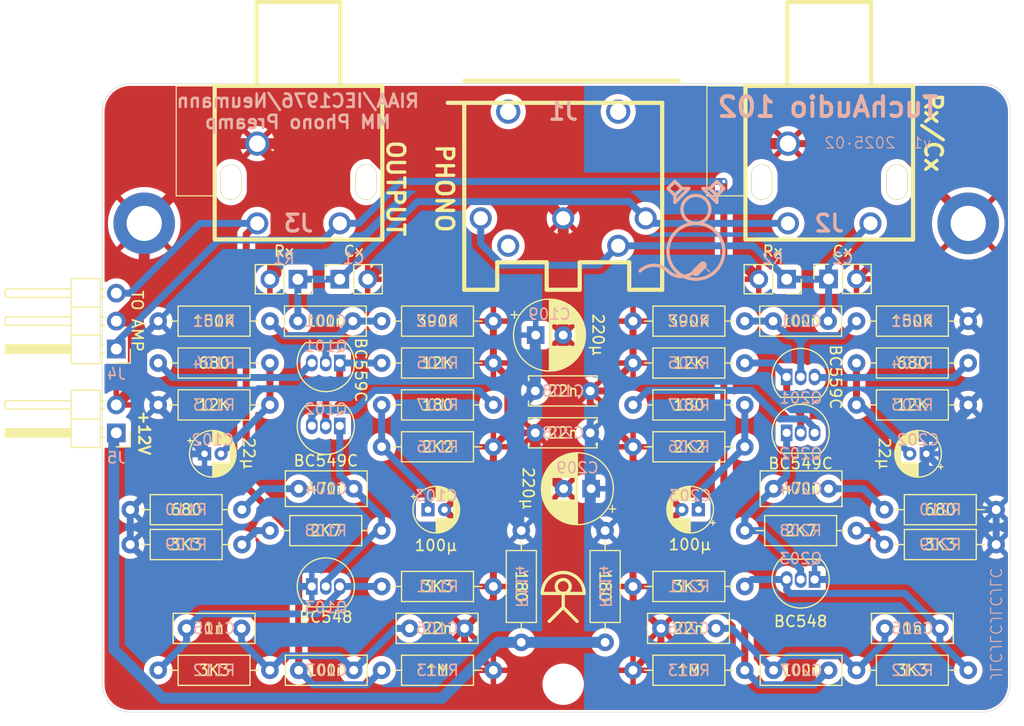
<source format=kicad_pcb>
(kicad_pcb (version 20240108) (generator "pcbnew") (generator_version "8.0")
  (layers (0 "F.Cu" signal) (31 "B.Cu" signal) (34 "B.Paste" user) (35 "F.Paste" user) (36 "B.SilkS" user "B.Silkscreen") (37 "F.SilkS" user "F.Silkscreen") (38 "B.Mask" user) (39 "F.Mask" user) (44 "Edge.Cuts" user))
  (net 0 "")
  (net 1 "GND")
  (net 2 "/IN")
  (net 3 "/IN'")
  (net 4 "/AC")
  (net 5 "/PWR_F")
  (net 6 "/BIAS1")
  (net 7 "/BIAS2")
  (net 8 "/C2")
  (net 9 "/RC")
  (net 10 "/LPF")
  (net 11 "/E3")
  (net 12 "/OUT")
  (net 13 "/AC'")
  (net 14 "/BIAS1'")
  (net 15 "/PWR_F'")
  (net 16 "/BIAS2'")
  (net 17 "/C2'")
  (net 18 "/RC'")
  (net 19 "/E3'")
  (net 20 "/LPF'")
  (net 21 "/OUT'")
  (net 23 "+12V")
  (net 24 "/E1")
  (net 25 "/C1")
  (net 26 "/E2")
  (net 27 "/C1'")
  (net 28 "/E2'")
  (net 29 "/HL")
  (net 30 "/HL'")
  (net 31 "/E1'")
  (footprint "Resistor_THT:R_Axial_DIN0207_L6.3mm_D2.5mm_P10.16mm_Horizontal" (layer "F.Cu") (at 166.37 60.96 180)
    (property "Reference" "R205")
    (property "Value" "12K")
  )
  (footprint "Capacitor_THT:C_Rect_L7.2mm_W2.5mm_P5.00mm_FKS2_FKP2_MKS2_MKP2" (layer "F.Cu") (at 125.73 57.15)
    (property "Reference" "C101")
    (property "Value" "100n")
  )
  (footprint "Resistor_THT:R_Axial_DIN0207_L6.3mm_D2.5mm_P10.16mm_Horizontal" (layer "F.Cu") (at 176.53 60.96)
    (property "Reference" "R204")
    (property "Value" "680")
  )
  (footprint "MountingHole:MountingHole_3.2mm_M3_DIN965_Pad" (layer "F.Cu") (at 186.69 48.26)
    (property "Reference" "H2" (hide yes))
    (property "Value" "MountingHole_Pad" (hide yes))
  )
  (footprint "Capacitor_THT:C_Rect_L7.2mm_W2.5mm_P5.00mm_FKS2_FKP2_MKS2_MKP2" (layer "F.Cu") (at 163.75 85.09 180)
    (property "Reference" "C206")
    (property "Value" "22n")
  )
  (footprint "Resistor_THT:R_Axial_DIN0207_L6.3mm_D2.5mm_P10.16mm_Horizontal" (layer "F.Cu") (at 189.23 77.47 180)
    (property "Reference" "R209")
    (property "Value" "3K3")
  )
  (footprint "Connector_PinSocket_2.54mm:PinSocket_1x02_P2.54mm_Vertical" (layer "F.Cu") (at 125.73 53.34 -90)
    (property "Reference" "R1")
    (property "Value" "Rx")
  )
  (footprint "Capacitor_THT:CP_Radial_D4.0mm_P1.50mm" (layer "F.Cu") (at 182.88 69.215 180)
    (property "Reference" "C202")
    (property "Value" "22µ")
  )
  (footprint "Resistor_THT:R_Axial_DIN0207_L6.3mm_D2.5mm_P10.16mm_Horizontal" (layer "F.Cu") (at 113.03 88.9)
    (property "Reference" "R112")
    (property "Value" "3K3")
  )
  (footprint "Capacitor_THT:CP_Radial_D4.0mm_P1.50mm" (layer "F.Cu") (at 137.565 74.295)
    (property "Reference" "C103")
    (property "Value" "100µ")
  )
  (footprint "durango:2xRCA_vertical" (layer "F.Cu") (at 179.13 35.76 180)
    (property "Reference" "J2")
    (property "Value" "Rx/Cx")
  )
  (footprint "durango:2xRCA_vertical" (layer "F.Cu") (at 130.87 35.76 180)
    (property "Reference" "J3")
    (property "Value" "OUTPUT")
  )
  (footprint "Capacitor_THT:C_Disc_D6.0mm_W2.5mm_P5.00mm" (layer "F.Cu") (at 152.32 63.5 180)
    (property "Reference" "C108")
    (property "Value" "22n")
  )
  (footprint "Resistor_THT:R_Axial_DIN0207_L6.3mm_D2.5mm_P10.16mm_Horizontal" (layer "F.Cu") (at 146.05 76.2 -90)
    (property "Reference" "R114")
    (property "Value" "180")
  )
  (footprint "Resistor_THT:R_Axial_DIN0207_L6.3mm_D2.5mm_P10.16mm_Horizontal" (layer "F.Cu") (at 113.03 57.15)
    (property "Reference" "R101")
    (property "Value" "150K")
  )
  (footprint "Resistor_THT:R_Axial_DIN0207_L6.3mm_D2.5mm_P10.16mm_Horizontal" (layer "F.Cu") (at 133.35 57.15)
    (property "Reference" "R102")
    (property "Value" "390K")
  )
  (footprint "Connector_PinSocket_2.54mm:PinSocket_1x02_P2.54mm_Vertical" (layer "F.Cu") (at 170.18 53.34 -90)
    (property "Reference" "R2")
    (property "Value" "Rx")
  )
  (footprint "Resistor_THT:R_Axial_DIN0207_L6.3mm_D2.5mm_P10.16mm_Horizontal" (layer "F.Cu") (at 186.69 57.15 180)
    (property "Reference" "R201")
    (property "Value" "150K")
  )
  (footprint "Resistor_THT:R_Axial_DIN0207_L6.3mm_D2.5mm_P10.16mm_Horizontal" (layer "F.Cu") (at 166.37 57.15 180)
    (property "Reference" "R202")
    (property "Value" "390K")
  )
  (footprint "Capacitor_THT:C_Rect_L7.2mm_W3.0mm_P5.00mm_FKS2_FKP2_MKS2_MKP2" (layer "F.Cu") (at 125.81 72.39)
    (property "Reference" "C104")
    (property "Value" "470n")
  )
  (footprint "durango:DIN 5-180deg" (layer "F.Cu") (at 140.86 37.3)
    (property "Reference" "J1")
    (property "Value" "PHONO")
  )
  (footprint "Capacitor_THT:C_Disc_D6.0mm_W2.5mm_P5.00mm" (layer "F.Cu") (at 147.32 67.31)
    (property "Reference" "C208")
    (property "Value" "22n")
  )
  (footprint "Resistor_THT:R_Axial_DIN0207_L6.3mm_D2.5mm_P10.16mm_Horizontal" (layer "F.Cu") (at 113.03 64.77)
    (property "Reference" "R103")
    (property "Value" "12K")
  )
  (footprint "Capacitor_THT:CP_Radial_D4.0mm_P1.50mm" (layer "F.Cu") (at 117.245 69.215)
    (property "Reference" "C102")
    (property "Value" "22µ")
  )
  (footprint "Capacitor_THT:CP_Radial_D6.3mm_P2.50mm" (layer "F.Cu") (at 152.4 72.39 180)
    (property "Reference" "C209")
    (property "Value" "220µ")
  )
  (footprint "MountingHole:MountingHole_3.2mm_M3_DIN965_Pad" (layer "F.Cu") (at 111.76 48.26)
    (property "Reference" "H1" (hide yes))
    (property "Value" "MountingHole_Pad" (hide yes))
  )
  (footprint "Resistor_THT:R_Axial_DIN0207_L6.3mm_D2.5mm_P10.16mm_Horizontal" (layer "F.Cu") (at 186.69 88.9 180)
    (property "Reference" "R212")
    (property "Value" "3K3")
  )
  (footprint "Resistor_THT:R_Axial_DIN0207_L6.3mm_D2.5mm_P10.16mm_Horizontal" (layer "F.Cu") (at 176.53 76.2 180)
    (property "Reference" "R208")
    (property "Value" "2K7")
  )
  (footprint "Resistor_THT:R_Axial_DIN0207_L6.3mm_D2.5mm_P10.16mm_Horizontal" (layer "F.Cu") (at 133.35 60.96)
    (property "Reference" "R105")
    (property "Value" "12K")
  )
  (footprint "Package_TO_SOT_THT:TO-92_Inline" (layer "F.Cu") (at 127 81.28)
    (property "Reference" "Q103")
    (property "Value" "BC548")
  )
  (footprint "Connector_PinHeader_2.54mm:PinHeader_1x03_P2.54mm_Horizontal" (layer "F.Cu") (at 109.22 59.69 180)
    (property "Reference" "J4")
    (property "Value" "TO AMP")
  )
  (footprint "Capacitor_THT:C_Rect_L7.2mm_W3.0mm_P5.00mm_FKS2_FKP2_MKS2_MKP2" (layer "F.Cu") (at 173.99 72.39 180)
    (property "Reference" "C204")
    (property "Value" "470n")
  )
  (footprint "Resistor_THT:R_Axial_DIN0207_L6.3mm_D2.5mm_P10.16mm_Horizontal" (layer "F.Cu") (at 186.69 64.77 180)
    (property "Reference" "R203")
    (property "Value" "12K")
  )
  (footprint "Capacitor_THT:C_Rect_L7.2mm_W2.5mm_P5.00mm_FKS2_FKP2_MKS2_MKP2" (layer "F.Cu") (at 115.61 85.09)
    (property "Reference" "C105")
    (property "Value" "1n")
  )
  (footprint "Capacitor_THT:C_Rect_L7.2mm_W2.5mm_P5.00mm_FKS2_FKP2_MKS2_MKP2" (layer "F.Cu") (at 184.11 85.09 180)
    (property "Reference" "C205")
    (property "Value" "1n")
  )
  (footprint "Resistor_THT:R_Axial_DIN0207_L6.3mm_D2.5mm_P10.16mm_Horizontal" (layer "F.Cu") (at 123.19 60.96 180)
    (property "Reference" "R104")
    (property "Value" "680")
  )
  (footprint "Package_TO_SOT_THT:TO-92_Inline" (layer "F.Cu") (at 170.18 62.23)
    (property "Reference" "Q201")
    (property "Value" "BC559C")
  )
  (footprint "Resistor_THT:R_Axial_DIN0207_L6.3mm_D2.5mm_P10.16mm_Horizontal" (layer "F.Cu") (at 133.35 81.28)
    (property "Reference" "R111")
    (property "Value" "3K3")
  )
  (footprint "Capacitor_THT:C_Rect_L7.2mm_W2.5mm_P5.00mm_FKS2_FKP2_MKS2_MKP2" (layer "F.Cu") (at 135.89 85.09)
    (property "Reference" "C106")
    (property "Value" "22n")
  )
  (footprint "Package_TO_SOT_THT:TO-92_Inline" (layer "F.Cu") (at 129.54 60.96 180)
    (property "Reference" "Q101")
    (property "Value" "BC559C")
  )
  (footprint "Resistor_THT:R_Axial_DIN0207_L6.3mm_D2.5mm_P10.16mm_Horizontal" (layer "F.Cu") (at 156.21 64.77)
    (property "Reference" "R207")
    (property "Value" "180")
  )
  (footprint "MountingHole:MountingHole_3.2mm_M3" (layer "F.Cu") (at 149.86 90.17)
    (property "Reference" "H3" (hide yes))
    (property "Value" "MountingHole" (hide yes))
  )
  (footprint "Resistor_THT:R_Axial_DIN0207_L6.3mm_D2.5mm_P10.16mm_Horizontal" (layer "F.Cu") (at 166.37 81.28 180)
    (property "Reference" "R211")
    (property "Value" "3K3")
  )
  (footprint "Resistor_THT:R_Axial_DIN0207_L6.3mm_D2.5mm_P10.16mm_Horizontal" (layer "F.Cu") (at 110.49 74.295)
    (property "Reference" "R110")
    (property "Value" "680")
  )
  (footprint "Resistor_THT:R_Axial_DIN0207_L6.3mm_D2.5mm_P10.16mm_Horizontal" (layer "F.Cu") (at 133.35 88.9)
    (property "Reference" "R113")
    (property "Value" "1M")
  )
  (footprint "Connector_PinSocket_2.54mm:PinSocket_1x02_P2.54mm_Vertical" (layer "F.Cu") (at 129.54 53.34 90)
    (property "Reference" "C1")
    (property "Value" "Cx")
  )
  (footprint "Capacitor_THT:CP_Radial_D6.3mm_P2.50mm" (layer "F.Cu") (at 147.36 58.42)
    (property "Reference" "C109")
    (property "Value" "220µ")
  )
  (footprint "Resistor_THT:R_Axial_DIN0207_L6.3mm_D2.5mm_P10.16mm_Horizontal" (layer "F.Cu") (at 143.51 64.77 180)
    (property "Reference" "R107")
    (property "Value" "180")
  )
  (footprint "Resistor_THT:R_Axial_DIN0207_L6.3mm_D2.5mm_P10.16mm_Horizontal" (layer "F.Cu") (at 153.67 76.2 -90)
    (property "Reference" "R214")
    (property "Value" "180")
  )
  (footprint "Connector_PinHeader_2.54mm:PinHeader_1x02_P2.54mm_Horizontal" (layer "F.Cu") (at 109.22 67.31 180)
    (property "Reference" "J5")
    (property "Value" "+12V")
  )
  (footprint "Resistor_THT:R_Axial_DIN0207_L6.3mm_D2.5mm_P10.16mm_Horizontal" (layer "F.Cu") (at 110.49 77.47)
    (property "Reference" "R109")
    (property "Value" "3K3")
  )
  (footprint "Capacitor_THT:C_Rect_L7.2mm_W2.5mm_P5.00mm_FKS2_FKP2_MKS2_MKP2" (layer "F.Cu") (at 168.99 88.9)
    (property "Reference" "C207")
    (property "Value" "100n")
  )
  (footprint "Resistor_THT:R_Axial_DIN0207_L6.3mm_D2.5mm_P10.16mm_Horizontal" (layer "F.Cu") (at 166.37 88.9 180)
    (property "Reference" "R213")
    (property "Value" "1M")
  )
  (footprint "Resistor_THT:R_Axial_DIN0207_L6.3mm_D2.5mm_P10.16mm_Horizontal" (layer "F.Cu") (at 133.35 68.58)
    (property "Reference" "R106")
    (property "Value" "2K2")
  )
  (footprint "Package_TO_SOT_THT:TO-92_Inline" (layer "F.Cu") (at 172.72 80.645 180)
    (property "Reference" "Q203")
    (property "Value" "BC548")
  )
  (footprint "Resistor_THT:R_Axial_DIN0207_L6.3mm_D2.5mm_P10.16mm_Horizontal" (layer "F.Cu") (at 166.37 68.58 180)
    (property "Reference" "R206")
    (property "Value" "2K2")
  )
  (footprint "Resistor_THT:R_Axial_DIN0207_L6.3mm_D2.5mm_P10.16mm_Horizontal" (layer "F.Cu") (at 189.23 74.295 180)
    (property "Reference" "R210")
    (property "Value" "680")
  )
  (footprint "Package_TO_SOT_THT:TO-92_Inline" (layer "F.Cu") (at 129.54 66.675 180)
    (property "Reference" "Q102")
    (property "Value" "BC549C")
  )
  (footprint "Capacitor_THT:CP_Radial_D4.0mm_P1.50mm" (layer "F.Cu") (at 162.155 74.295 180)
    (property "Reference" "C203")
    (property "Value" "100µ")
  )
  (footprint "Package_TO_SOT_THT:TO-92_Inline" (layer "F.Cu") (at 170.18 67.31)
    (property "Reference" "Q202")
    (property "Value" "BC549C")
  )
  (footprint "Capacitor_THT:C_Rect_L7.2mm_W2.5mm_P5.00mm_FKS2_FKP2_MKS2_MKP2" (layer "F.Cu") (at 130.81 88.9 180)
    (property "Reference" "C107")
    (property "Value" "100n")
  )
  (footprint "Resistor_THT:R_Axial_DIN0207_L6.3mm_D2.5mm_P10.16mm_Horizontal" (layer "F.Cu") (at 123.19 76.2)
    (property "Reference" "R108")
    (property "Value" "2K7")
  )
  (footprint "Capacitor_THT:C_Rect_L7.2mm_W2.5mm_P5.00mm_FKS2_FKP2_MKS2_MKP2" (layer "F.Cu") (at 173.95 57.15 180)
    (property "Reference" "C201")
    (property "Value" "100n")
  )
  (footprint "Connector_PinSocket_2.54mm:PinSocket_1x02_P2.54mm_Vertical" (layer "F.Cu") (at 173.99 53.315 90)
    (property "Reference" "C2")
    (property "Value" "Cx")
  )
  (gr_line (start 161.925 52.705) (end 162.56 52.07) (stroke (width 0.7) (type dash_dot_dot)) (layer "B.SilkS"))
  (gr_line (start 162.56 52.07) (end 163.195 52.705) (stroke (width 0.1)) (layer "B.SilkS"))
  (gr_line (start 164.465 45.085) (end 163.83 44.45) (stroke (width 0.3)) (layer "B.SilkS"))
  (gr_line (start 163.195 45.72) (end 163.83 46.355) (stroke (width 0.3)) (layer "B.SilkS"))
  (gr_arc (start 161.871746 52.540356) (mid 160.640283 53.099589) (end 159.385 52.596051) (stroke (width 0.3)) (layer "B.SilkS"))
  (gr_circle (center 161.925 50.8) (end 164.465 50.8) (stroke (width 0.3)) (fill none) (layer "B.SilkS"))
  (gr_line (start 159.385 45.085) (end 160.02 44.45) (stroke (width 0.3)) (layer "B.SilkS"))
  (gr_line (start 163.195 45.085) (end 163.83 45.72) (stroke (width 0.3)) (layer "B.SilkS"))
  (gr_line (start 162.56 45.085) (end 163.195 45.72) (stroke (width 0.3)) (layer "B.SilkS"))
  (gr_line (start 160.02 45.72) (end 160.02 46.355) (stroke (width 0.3)) (layer "B.SilkS"))
  (gr_line (start 160.02 45.72) (end 159.385 45.085) (stroke (width 0.3)) (layer "B.SilkS"))
  (gr_line (start 163.195 45.085) (end 162.56 45.085) (stroke (width 0.3)) (layer "B.SilkS"))
  (gr_line (start 160.02 46.355) (end 161.29 45.085) (stroke (width 0.3)) (layer "B.SilkS"))
  (gr_line (start 163.83 46.355) (end 163.83 45.72) (stroke (width 0.3)) (layer "B.SilkS"))
  (gr_line (start 163.83 44.45) (end 163.195 45.085) (stroke (width 0.3)) (layer "B.SilkS"))
  (gr_circle (center 161.925 46.99) (end 163.195 46.99) (stroke (width 0.3)) (fill none) (layer "B.SilkS"))
  (gr_line (start 163.83 45.72) (end 164.465 45.085) (stroke (width 0.3)) (layer "B.SilkS"))
  (gr_line (start 160.02 44.45) (end 160.655 45.085) (stroke (width 0.3)) (layer "B.SilkS"))
  (gr_arc (start 156.845 52.596051) (mid 158.115 52.07) (end 159.385 52.596051) (stroke (width 0.3)) (layer "B.SilkS"))
  (gr_line (start 161.29 45.085) (end 160.655 45.085) (stroke (width 0.3)) (layer "B.SilkS"))
  (gr_line (start 160.655 45.085) (end 160.02 45.72) (stroke (width 0.3)) (layer "B.SilkS"))
  (gr_line (start 149.86 81.915) (end 149.86 83.185) (stroke (width 0.3)) (layer "F.SilkS"))
  (gr_line (start 147.955 81.915) (end 151.765 81.915) (stroke (width 0.3)) (layer "F.SilkS"))
  (gr_line (start 149.86 83.185) (end 151.13 84.455) (stroke (width 0.3)) (layer "F.SilkS"))
  (gr_line (start 149.86 83.185) (end 148.59 84.455) (stroke (width 0.3)) (layer "F.SilkS"))
  (gr_arc (start 147.955 81.915) (mid 149.86 80.01) (end 151.765 81.915) (stroke (width 0.3)) (layer "F.SilkS"))
  (gr_circle (center 149.86 81.28) (end 150.495 81.28) (stroke (width 0.3)) (fill none) (layer "F.SilkS"))
  (gr_line (start 190.5 90.17) (end 190.5 38.1) (stroke (width 0.05)) (layer "Edge.Cuts"))
  (gr_line (start 110.49 92.71) (end 187.96 92.71) (stroke (width 0.05)) (layer "Edge.Cuts"))
  (gr_line (start 107.95 38.1) (end 107.95 90.17) (stroke (width 0.05)) (layer "Edge.Cuts"))
  (gr_arc (start 107.95 38.1) (mid 108.693949 36.303949) (end 110.49 35.56) (stroke (width 0.05)) (layer "Edge.Cuts"))
  (gr_arc (start 190.5 90.17) (mid 189.756051 91.966051) (end 187.96 92.71) (stroke (width 0.05)) (layer "Edge.Cuts"))
  (gr_arc (start 187.96 35.56) (mid 189.756051 36.303949) (end 190.5 38.1) (stroke (width 0.05)) (layer "Edge.Cuts"))
  (gr_arc (start 110.49 92.71) (mid 108.693949 91.966051) (end 107.95 90.17) (stroke (width 0.05)) (layer "Edge.Cuts"))
  (gr_line (start 110.49 35.56) (end 187.96 35.56) (stroke (width 0.05)) (layer "Edge.Cuts"))
  (gr_text "JLCJLCJLCJLC" (at 188.595 89.916 -90) (layer "B.SilkS") (effects (font (size 1 1) (thickness 0.1)) (justify left bottom mirror)))
  (gr_text "TuchAudio 102" (at 184.15 38.735 0) (layer "B.SilkS") (effects (font (size 1.8 1.8) (thickness 0.36) (bold yes)) (justify left bottom mirror)))
  (gr_text "v1  2025·02" (at 183.388 41.529 0) (layer "B.SilkS") (effects (font (size 1 1) (thickness 0.1)) (justify left bottom mirror)))
  (gr_text "RIAA/IEC1976/Neumann\nMM Phono Preamp" (at 125.73 39.751 0) (layer "B.SilkS") (effects (font (size 1.2 1.2) (thickness 0.24) (bold yes)) (justify bottom mirror)))
  (segment (start 156.21 69.85) (end 160.655 74.295) (width 0.635) (layer "F.Cu") (net 1))
  (segment (start 144.8275 62.2775) (end 144.8275 67.2625) (width 0.635) (layer "F.Cu") (net 1))
  (segment (start 156.21 57.15) (end 156.21 60.96) (width 0.635) (layer "F.Cu") (net 1))
  (segment (start 143.51 82.47) (end 140.89 85.09) (width 0.635) (layer "F.Cu") (net 1))
  (segment (start 109.22 64.77) (end 110.77 63.22) (width 1) (layer "F.Cu") (net 1))
  (segment (start 156.65 41.01) (end 149.86 47.8) (width 1) (layer "F.Cu") (net 1))
  (segment (start 143.51 68.58) (end 143.51 69.85) (width 0.635) (layer "F.Cu") (net 1))
  (segment (start 139.065 74.295) (end 143.51 78.74) (width 0.635) (layer "F.Cu") (net 1))
  (segment (start 140.89 85.09) (end 140.89 86.28) (width 0.635) (layer "F.Cu") (net 1))
  (segment (start 168.062994 41.01) (end 166 43.072994) (width 1) (layer "F.Cu") (net 1))
  (segment (start 123.74 52.79) (end 123.19 53.34) (width 1) (layer "F.Cu") (net 1))
  (segment (start 123.74 42.71) (end 123.74 52.79) (width 1) (layer "F.Cu") (net 1))
  (segment (start 153.67 63.5) (end 156.21 60.96) (width 0.635) (layer "F.Cu") (net 1))
  (segment (start 133.985 43.476088) (end 133.985 51.435) (width 1) (layer "F.Cu") (net 1))
  (segment (start 144.78 67.31) (end 143.51 68.58) (width 0.635) (layer "F.Cu") (net 1))
  (segment (start 122.04 41.01) (end 131.518912 41.01) (width 1) (layer "F.Cu") (net 1))
  (segment (start 147.32 67.31) (end 147.32 69.81) (width 1) (layer "F.Cu") (net 1))
  (segment (start 181.144456 42.375544) (end 186.69 47.921088) (width 0.635) (layer "F.Cu") (net 1))
  (segment (start 179.778912 41.01) (end 181.144456 42.375544) (width 0.635) (layer "F.Cu") (net 1))
  (segment (start 170.3 41.01) (end 156.65 41.01) (width 1) (layer "F.Cu") (net 1))
  (segment (start 111.76 54.61) (end 111.76 48.26) (width 1) (layer "F.Cu") (net 1))
  (segment (start 147.32 67.31) (end 144.78 67.31) (width 0.635) (layer "F.Cu") (net 1))
  (segment (start 109.22 57.15) (end 111.76 54.61) (width 1) (layer "F.Cu") (net 1))
  (segment (start 110.77 63.22) (end 110.77 57.43) (width 1) (layer "F.Cu") (net 1))
  (segment (start 140.89 86.28) (end 143.51 88.9) (width 0.635) (layer "F.Cu") (net 1))
  (segment (start 122.04 41.01) (end 123.74 42.71) (width 1) (layer "F.Cu") (net 1))
  (segment (start 131.518912 41.01) (end 143.07 41.01) (width 1) (layer "F.Cu") (net 1))
  (segment (start 181.9175 43.148588) (end 181.144456 42.375544) (width 0.635) (layer "F.Cu") (net 1))
  (segment (start 152.32 64.69) (end 152.32 63.5) (width 0.635) (layer "F.Cu") (net 1))
  (segment (start 176.53 53.34) (end 181.9175 47.9525) (width 0.635) (layer "F.Cu") (net 1))
  (segment (start 160.655 74.295) (end 156.21 78.74) (width 0.635) (layer "F.Cu") (net 1))
  (segment (start 158.75 86.36) (end 156.21 88.9) (width 0.635) (layer "F.Cu") (net 1))
  (segment (start 151.13 63.5) (end 147.32 67.31) (width 1) (layer "F.Cu") (net 1))
  (segment (start 131.518912 41.01) (end 133.985 43.476088) (width 1) (layer "F.Cu") (net 1))
  (segment (start 143.07 41.01) (end 149.86 47.8) (width 1) (layer "F.Cu") (net 1))
  (segment (start 110.77 57.43) (end 110.49 57.15) (width 1) (layer "F.Cu") (net 1))
  (segment (start 149.86 47.8) (end 149.86 58.42) (width 1) (layer "F.Cu") (net 1))
  (segment (start 143.51 78.74) (end 143.51 81.28) (width 0.635) (layer "F.Cu") (net 1))
  (segment (start 152.32 63.5) (end 153.67 63.5) (width 0.635) (layer "F.Cu") (net 1))
  (segment (start 170.3 41.01) (end 179.778912 41.01) (width 0.635) (layer "F.Cu") (net 1))
  (segment (start 158.75 85.09) (end 158.75 86.36) (width 0.635) (layer "F.Cu") (net 1))
  (segment (start 133.985 51.435) (end 132.08 53.34) (width 1) (layer "F.Cu") (net 1))
  (segment (start 152.32 63.5) (end 151.13 63.5) (width 1) (layer "F.Cu") (net 1))
  (segment (start 110.49 57.15) (end 109.22 57.15) (width 1) (layer "F.Cu") (net 1))
  (segment (start 149.86 58.42) (end 149.86 61.04) (width 1) (layer "F.Cu") (net 1))
  (segment (start 143.51 69.85) (end 139.065 74.295) (width 0.635) (layer "F.Cu") (net 1))
  (segment (start 147.32 69.81) (end 149.9 72.39) (width 1) (layer "F.Cu") (net 1))
  (segment (start 143.51 57.15) (end 143.51 60.96) (width 0.635) (layer "F.Cu") (net 1))
  (segment (start 181.9175 47.9525) (end 181.9175 43.148588) (width 0.635) (layer "F.Cu") (net 1))
  (segment (start 156.21 81.28) (end 156.21 82.55) (width 0.635) (layer "F.Cu") (net 1))
  (segment (start 156.21 82.55) (end 158.75 85.09) (width 0.635) (layer "F.Cu") (net 1))
  (segment (start 119.01 41.01) (end 122.04 41.01) (width 1) (layer "F.Cu") (net 1))
  (segment (start 143.51 81.28) (end 143.51 82.47) (width 0.635) (layer "F.Cu") (net 1))
  (segment (start 144.8275 67.2625) (end 143.51 68.58) (width 0.635) (layer "F.Cu") (net 1))
  (segment (start 143.51 60.96) (end 144.8275 62.2775) (width 0.635) (layer "F.Cu") (net 1))
  (segment (start 156.21 68.58) (end 152.32 64.69) (width 0.635) (layer "F.Cu") (net 1))
  (segment (start 186.69 47.921088) (end 186.69 48.26) (width 0.635) (layer "F.Cu") (net 1))
  (segment (start 166 43.072994) (end 166 51.7) (width 1) (layer "F.Cu") (net 1))
  (segment (start 156.21 68.58) (end 156.21 69.85) (width 0.635) (layer "F.Cu") (net 1))
  (segment (start 156.21 78.74) (end 156.21 81.28) (width 0.635) (layer "F.Cu") (net 1))
  (segment (start 170.3 41.01) (end 168.062994 41.01) (width 1) (layer "F.Cu") (net 1))
  (segment (start 111.76 48.26) (end 119.01 41.01) (width 1) (layer "F.Cu") (net 1))
  (segment (start 149.86 61.04) (end 152.32 63.5) (width 1) (layer "F.Cu") (net 1))
  (segment (start 166 51.7) (end 167.64 53.34) (width 1) (layer "F.Cu") (net 1))
  (segment (start 170.3 48.26) (end 157.82 48.26) (width 0.635) (layer "B.Cu") (net 2))
  (segment (start 125.73 57.15) (end 125.73 53.34) (width 0.635) (layer "B.Cu") (net 2))
  (segment (start 155.8425 46.2825) (end 157.36 47.8) (width 0.635) (layer "B.Cu") (net 2))
  (segment (start 157.82 48.26) (end 157.36 47.8) (width 0.635) (layer "B.Cu") (net 2))
  (segment (start 129.54 53.34) (end 136.5975 46.2825) (width 0.635) (layer "B.Cu") (net 2))
  (segment (start 129.54 53.34) (end 125.73 53.34) (width 0.635) (layer "B.Cu") (net 2))
  (segment (start 136.5975 46.2825) (end 155.8425 46.2825) (width 0.635) (layer "B.Cu") (net 2))
  (segment (start 142.36 50.087491) (end 144.342509 52.07) (width 0.635) (layer "B.Cu") (net 3))
  (segment (start 173.99 53.34) (end 173.99 52.07) (width 0.635) (layer "B.Cu") (net 3))
  (segment (start 173.99 53.34) (end 173.99 57.11) (width 0.635) (layer "B.Cu") (net 3))
  (segment (start 170.18 53.34) (end 173.99 53.34) (width 0.635) (layer "B.Cu") (net 3))
  (segment (start 144.342509 52.07) (end 153.09 52.07) (width 0.635) (layer "B.Cu") (net 3))
  (segment (start 170.18 53.34) (end 167.14 50.3) (width 0.635) (layer "B.Cu") (net 3))
  (segment (start 167.14 50.3) (end 154.86 50.3) (width 0.635) (layer "B.Cu") (net 3))
  (segment (start 142.36 47.8) (end 142.36 50.087491) (width 0.635) (layer "B.Cu") (net 3))
  (segment (start 173.99 57.11) (end 173.95 57.15) (width 0.635) (layer "B.Cu") (net 3))
  (segment (start 153.09 52.07) (end 154.86 50.3) (width 0.635) (layer "B.Cu") (net 3))
  (segment (start 173.99 52.07) (end 177.8 48.26) (width 0.635) (layer "B.Cu") (net 3))
  (segment (start 127.635 58.4675) (end 128.27 58.4675) (width 0.635) (layer "B.Cu") (net 4))
  (segment (start 129.4125 58.4675) (end 130.73 57.15) (width 0.635) (layer "B.Cu") (net 4))
  (segment (start 128.27 58.4675) (end 128.905 58.4675) (width 0.635) (layer "B.Cu") (net 4))
  (segment (start 128.3175 59.055) (end 128.905 58.4675) (width 0.635) (layer "B.Cu") (net 4))
  (segment (start 128.905 58.4675) (end 129.4125 58.4675) (width 0.635) (layer "B.Cu") (net 4))
  (segment (start 128.27 60.96) (end 128.27 59.055) (width 0.635) (layer "B.Cu") (net 4))
  (segment (start 130.73 57.15) (end 133.35 57.15) (width 0.635) (layer "B.Cu") (net 4))
  (segment (start 128.27 59.055) (end 128.3175 59.055) (width 0.635) (layer "B.Cu") (net 4))
  (segment (start 128.2225 59.055) (end 127.635 58.4675) (width 0.635) (layer "B.Cu") (net 4))
  (segment (start 128.3175 59.055) (end 128.2225 59.055) (width 0.635) (layer "B.Cu") (net 4))
  (segment (start 123.19 57.15) (end 124.5075 58.4675) (width 0.635) (layer "B.Cu") (net 4))
  (segment (start 124.5075 58.4675) (end 127.635 58.4675) (width 0.635) (layer "B.Cu") (net 4))
  (segment (start 128.27 59.055) (end 128.27 58.4675) (width 0.635) (layer "B.Cu") (net 4))
  (segment (start 145.82 65) (end 145.82 75.97) (width 1) (layer "B.Cu") (net 5))
  (segment (start 147.32 58.46) (end 147.36 58.42) (width 1) (layer "B.Cu") (net 5))
  (segment (start 147.32 63.5) (end 147.32 58.46) (width 1) (layer "B.Cu") (net 5))
  (segment (start 146.4375 62.6175) (end 126.523368 62.6175) (width 0.635) (layer "B.Cu") (net 5))
  (segment (start 111.7125 58.4675) (end 111.7125 63.4525) (width 0.635) (layer "B.Cu") (net 5))
  (segment (start 117.245 69.215) (end 115.57 69.215) (width 0.635) (layer "B.Cu") (net 5))
  (segment (start 122.120141 63.299859) (end 117.245 68.175) (width 0.635) (layer "B.Cu") (net 5))
  (segment (start 115.57 69.215) (end 110.49 74.295) (width 0.635) (layer "B.Cu") (net 5))
  (segment (start 125.841009 63.299859) (end 122.120141 63.299859) (width 0.635) (layer "B.Cu") (net 5))
  (segment (start 111.7125 63.4525) (end 113.03 64.77) (width 0.635) (layer "B.Cu") (net 5))
  (segment (start 113.03 65) (end 117.245 69.215) (width 0.635) (layer "B.Cu") (net 5))
  (segment (start 145.82 75.97) (end 146.05 76.2) (width 1) (layer "B.Cu") (net 5))
  (segment (start 113.03 64.77) (end 113.03 65) (width 0.635) (layer "B.Cu") (net 5))
  (segment (start 147.32 63.5) (end 146.4375 62.6175) (width 0.635) (layer "B.Cu") (net 5))
  (segment (start 110.49 74.295) (end 110.49 77.47) (width 0.635) (layer "B.Cu") (net 5))
  (segment (start 113.03 57.15) (end 111.7125 58.4675) (width 0.635) (layer "B.Cu") (net 5))
  (segment (start 114.3 81.28) (end 110.49 77.47) (width 0.635) (layer "B.Cu") (net 5))
  (segment (start 126.523368 62.6175) (end 125.841009 63.299859) (width 0.635) (layer "B.Cu") (net 5))
  (segment (start 127 81.28) (end 114.3 81.28) (width 0.635) (layer "B.Cu") (net 5))
  (segment (start 147.32 63.5) (end 145.82 65) (width 1) (layer "B.Cu") (net 5))
  (segment (start 117.245 68.175) (end 117.245 69.215) (width 0.635) (layer "B.Cu") (net 5))
  (segment (start 123.19 60.96) (end 123.19 64.77) (width 0.635) (layer "F.Cu") (net 6))
  (segment (start 118.745 69.215) (end 123.19 64.77) (width 0.635) (layer "B.Cu") (net 6))
  (segment (start 137.565 72.795) (end 137.565 74.295) (width 0.635) (layer "B.Cu") (net 7))
  (segment (start 133.35 64.77) (end 133.35 68.58) (width 0.635) (layer "B.Cu") (net 7))
  (segment (start 133.35 68.58) (end 137.565 72.795) (width 0.635) (layer "B.Cu") (net 7))
  (segment (start 129.54 66.675) (end 129.54 71.12) (width 0.635) (layer "B.Cu") (net 8))
  (segment (start 133.35 74.93) (end 130.81 72.39) (width 0.635) (layer "B.Cu") (net 8))
  (segment (start 128.27 80.850682) (end 128.27 81.28) (width 0.635) (layer "B.Cu") (net 8))
  (segment (start 132.920682 76.2) (end 128.27 80.850682) (width 0.635) (layer "B.Cu") (net 8))
  (segment (start 133.35 76.2) (end 132.920682 76.2) (width 0.635) (layer "B.Cu") (net 8))
  (segment (start 133.35 76.2) (end 133.35 74.93) (width 0.635) (layer "B.Cu") (net 8))
  (segment (start 129.54 71.12) (end 130.81 72.39) (width 0.635) (layer "B.Cu") (net 8))
  (segment (start 122.555 72.39) (end 120.65 74.295) (width 0.635) (layer "B.Cu") (net 9))
  (segment (start 125.81 72.39) (end 122.555 72.39) (width 0.635) (layer "B.Cu") (net 9))
  (segment (start 134.62 85.09) (end 130.81 88.9) (width 0.635) (layer "B.Cu") (net 10))
  (segment (start 120.61 85.09) (end 120.61 86.32) (width 0.635) (layer "B.Cu") (net 10))
  (segment (start 124.5075 87.5825) (end 123.19 88.9) (width 0.635) (layer "B.Cu") (net 10))
  (segment (start 120.61 86.32) (end 123.19 88.9) (width 0.635) (layer "B.Cu") (net 10))
  (segment (start 129.4925 87.5825) (end 124.5075 87.5825) (width 0.635) (layer "B.Cu") (net 10))
  (segment (start 135.89 85.09) (end 134.62 85.09) (width 0.635) (layer "B.Cu") (net 10))
  (segment (start 130.81 88.9) (end 129.4925 87.5825) (width 0.635) (layer "B.Cu") (net 10))
  (segment (start 116.9275 83.7725) (end 115.61 85.09) (width 0.635) (layer "B.Cu") (net 11))
  (segment (start 129.54 81.28) (end 129.54 81.709318) (width 0.635) (layer "B.Cu") (net 11))
  (segment (start 127.476818 83.7725) (end 116.9275 83.7725) (width 0.635) (layer "B.Cu") (net 11))
  (segment (start 129.54 81.28) (end 133.35 81.28) (width 0.635) (layer "B.Cu") (net 11))
  (segment (start 115.61 86.32) (end 113.03 88.9) (width 0.635) (layer "B.Cu") (net 11))
  (segment (start 115.61 85.09) (end 115.61 86.32) (width 0.635) (layer "B.Cu") (net 11))
  (segment (start 129.54 81.709318) (end 127.476818 83.7725) (width 0.635) (layer "B.Cu") (net 11))
  (segment (start 122.04 48.26) (end 121.04 49.26) (width 0.635) (layer "F.Cu") (net 12))
  (segment (start 121.04 72.186773) (end 125.81 76.956773) (width 0.635) (layer "F.Cu") (net 12))
  (segment (start 121.04 49.26) (end 121.04 72.186773) (width 0.635) (layer "F.Cu") (net 12))
  (segment (start 125.81 76.956773) (end 125.81 88.9) (width 0.635) (layer "F.Cu") (net 12))
  (segment (start 110.49 54.61) (end 109.22 54.61) (width 0.635) (layer "B.Cu") (net 12))
  (segment (start 122.04 48.26) (end 116.84 48.26) (width 0.635) (layer "B.Cu") (net 12))
  (segment (start 125.81 88.9) (end 127.1275 90.2175) (width 0.635) (layer "B.Cu") (net 12))
  (segment (start 127.1275 90.2175) (end 132.0325 90.2175) (width 0.635) (layer "B.Cu") (net 12))
  (segment (start 116.84 48.26) (end 110.49 54.61) (width 0.635) (layer "B.Cu") (net 12))
  (segment (start 132.0325 90.2175) (end 133.35 88.9) (width 0.635) (layer "B.Cu") (net 12))
  (segment (start 171.45 58.4675) (end 171.45 59.055) (width 0.635) (layer "B.Cu") (net 13))
  (segment (start 171.45 58.4675) (end 172.085 58.4675) (width 0.635) (layer "B.Cu") (net 13))
  (segment (start 171.45 59.055) (end 171.45 62.23) (width 0.635) (layer "B.Cu") (net 13))
  (segment (start 166.37 57.15) (end 168.95 57.15) (width 0.635) (layer "B.Cu") (net 13))
  (segment (start 170.815 58.4675) (end 171.45 58.4675) (width 0.635) (layer "B.Cu") (net 13))
  (segment (start 172.085 58.4675) (end 172.0375 58.4675) (width 0.635) (layer "B.Cu") (net 13))
  (segment (start 172.0375 58.4675) (end 171.45 59.055) (width 0.635) (layer "B.Cu") (net 13))
  (segment (start 168.95 57.15) (end 170.2675 58.4675) (width 0.635) (layer "B.Cu") (net 13))
  (segment (start 170.8625 58.4675) (end 171.45 59.055) (width 0.635) (layer "B.Cu") (net 13))
  (segment (start 170.815 58.4675) (end 170.8625 58.4675) (width 0.635) (layer "B.Cu") (net 13))
  (segment (start 175.2125 58.4675) (end 176.53 57.15) (width 0.635) (layer "B.Cu") (net 13))
  (segment (start 170.2675 58.4675) (end 170.815 58.4675) (width 0.635) (layer "B.Cu") (net 13))
  (segment (start 172.085 58.4675) (end 175.2125 58.4675) (width 0.635) (layer "B.Cu") (net 13))
  (segment (start 176.53 60.96) (end 176.53 64.77) (width 0.635) (layer "F.Cu") (net 14))
  (segment (start 181.38 69.215) (end 176.935 64.77) (width 0.635) (layer "B.Cu") (net 14))
  (segment (start 176.935 64.77) (end 176.53 64.77) (width 0.635) (layer "B.Cu") (net 14))
  (segment (start 186.69 64.77) (end 186.69 65.405) (width 0.635) (layer "B.Cu") (net 15))
  (segment (start 186.69 65.405) (end 182.88 69.215) (width 0.635) (layer "B.Cu") (net 15))
  (segment (start 180.346773 70.45) (end 182.28 70.45) (width 0.635) (layer "B.Cu") (net 15))
  (segment (start 152.32 66.17863) (end 155.88113 62.6175) (width 0.635) (layer "B.Cu") (net 15))
  (segment (start 152.32 67.31) (end 152.32 74.85) (width 1) (layer "B.Cu") (net 15))
  (segment (start 182.88 69.85) (end 182.88 69.215) (width 0.635) (layer "B.Cu") (net 15))
  (segment (start 182.28 70.45) (end 182.88 69.85) (width 0.635) (layer "B.Cu") (net 15))
  (segment (start 170.615 65.205) (end 175.101773 65.205) (width 0.635) (layer "B.Cu") (net 15))
  (segment (start 152.32 67.31) (end 152.32 66.17863) (width 0.635) (layer "B.Cu") (net 15))
  (segment (start 188.0075 58.4675) (end 188.0075 63.4525) (width 0.635) (layer "B.Cu") (net 15))
  (segment (start 186.69 57.15) (end 188.0075 58.4675) (width 0.635) (layer "B.Cu") (net 15))
  (segment (start 189.23 74.295) (end 189.23 77.47) (width 0.635) (layer "B.Cu") (net 15))
  (segment (start 187.96 74.295) (end 189.23 74.295) (width 0.635) (layer "B.Cu") (net 15))
  (segment (start 188.0075 63.4525) (end 186.69 64.77) (width 0.635) (layer "B.Cu") (net 15))
  (segment (start 186.055 80.645) (end 189.23 77.47) (width 0.635) (layer "B.Cu") (net 15))
  (segment (start 155.88113 62.6175) (end 168.0275 62.6175) (width 0.635) (layer "B.Cu") (net 15))
  (segment (start 168.0275 62.6175) (end 170.615 65.205) (width 0.635) (layer "B.Cu") (net 15))
  (segment (start 172.72 80.645) (end 186.055 80.645) (width 0.635) (layer "B.Cu") (net 15))
  (segment (start 182.88 69.215) (end 187.96 74.295) (width 0.635) (layer "B.Cu") (net 15))
  (segment (start 152.32 74.85) (end 153.67 76.2) (width 1) (layer "B.Cu") (net 15))
  (segment (start 175.101773 65.205) (end 180.346773 70.45) (width 0.635) (layer "B.Cu") (net 15))
  (segment (start 162.155 74.295) (end 162.155 72.795) (width 0.635) (layer "B.Cu") (net 16))
  (segment (start 162.155 72.795) (end 166.37 68.58) (width 0.635) (layer "B.Cu") (net 16))
  (segment (start 166.37 68.58) (end 166.37 64.77) (width 0.635) (layer "B.Cu") (net 16))
  (segment (start 166.37 75.01) (end 168.99 72.39) (width 0.635) (layer "B.Cu") (net 17))
  (segment (start 167.94 76.2) (end 166.37 76.2) (width 0.635) (layer "B.Cu") (net 17))
  (segment (start 166.37 76.2) (end 166.37 75.01) (width 0.635) (layer "B.Cu") (net 17))
  (segment (start 171.45 79.71) (end 167.94 76.2) (width 0.635) (layer "B.Cu") (net 17))
  (segment (start 170.18 71.2) (end 168.99 72.39) (width 0.635) (layer "B.Cu") (net 17))
  (segment (start 170.18 67.31) (end 170.18 71.2) (width 0.635) (layer "B.Cu") (net 17))
  (segment (start 171.45 80.645) (end 171.45 79.71) (width 0.635) (layer "B.Cu") (net 17))
  (segment (start 173.99 72.39) (end 177.165 72.39) (width 0.635) (layer "B.Cu") (net 18))
  (segment (start 177.165 72.39) (end 179.07 74.295) (width 0.635) (layer "B.Cu") (net 18))
  (segment (start 184.11 85.09) (end 180.9325 81.9125) (width 0.635) (layer "B.Cu") (net 19))
  (segment (start 180.9325 81.9125) (end 170.5125 81.9125) (width 0.635) (layer "B.Cu") (net 19))
  (segment (start 170.5125 81.9125) (end 170.18 81.58) (width 0.635) (layer "B.Cu") (net 19))
  (segment (start 167.005 80.645) (end 166.37 81.28) (width 0.635) (layer "B.Cu") (net 19))
  (segment (start 184.11 85.09) (end 184.11 86.32) (width 0.635) (layer "B.Cu") (net 19))
  (segment (start 170.18 81.58) (end 170.18 80.645) (width 0.635) (layer "B.Cu") (net 19))
  (segment (start 170.18 80.645) (end 167.005 80.645) (width 0.635) (layer "B.Cu") (net 19))
  (segment (start 184.11 86.32) (end 186.69 88.9) (width 0.635) (layer "B.Cu") (net 19))
  (segment (start 175.2125 87.5825) (end 170.3075 87.5825) (width 0.635) (layer "B.Cu") (net 20))
  (segment (start 176.53 88.9) (end 175.2125 87.5825) (width 0.635) (layer "B.Cu") (net 20))
  (segment (start 179.11 85.09) (end 179.11 86.32) (width 0.635) (layer "B.Cu") (net 20))
  (segment (start 179.11 86.32) (end 176.53 88.9) (width 0.635) (layer "B.Cu") (net 20))
  (segment (start 163.75 85.09) (end 165.18 85.09) (width 0.635) (layer "B.Cu") (net 20))
  (segment (start 165.18 85.09) (end 168.99 88.9) (width 0.635) (layer "B.Cu") (net 20))
  (segment (start 170.3075 87.5825) (end 168.99 88.9) (width 0.635) (layer "B.Cu") (net 20))
  (segment (start 164.465 82.55) (end 166.37 84.455) (width 0.635) (layer "F.Cu") (net 21))
  (segment (start 164.465 44.45) (end 164.465 82.55) (width 0.635) (layer "F.Cu") (net 21))
  (segment (start 166.37 84.455) (end 166.37 88.9) (width 0.635) (layer "F.Cu") (net 21))
  (via (at 164.465 44.45) (size 0.6) (drill 0.3) (layers "F.Cu" "B.Cu") (net 21))
  (segment (start 131.268912 48.26) (end 135.078912 44.45) (width 0.635) (layer "B.Cu") (net 21))
  (segment (start 109.22 59.69) (end 109.22 59.096773) (width 0.635) (layer "B.Cu") (net 21))
  (segment (start 167.6875 90.2175) (end 172.6725 90.2175) (width 0.635) (layer "B.Cu") (net 21))
  (segment (start 166.37 88.9) (end 167.6875 90.2175) (width 0.635) (layer "B.Cu") (net 21))
  (segment (start 118.539273 49.7775) (end 128.0225 49.7775) (width 0.635) (layer "B.Cu") (net 21))
  (segment (start 109.22 59.096773) (end 118.539273 49.7775) (width 0.635) (layer "B.Cu") (net 21))
  (segment (start 151.13 44.45) (end 164.465 44.45) (width 0.635) (layer "B.Cu") (net 21))
  (segment (start 135.078912 44.45) (end 151.13 44.45) (width 0.635) (layer "B.Cu") (net 21))
  (segment (start 128.0225 49.7775) (end 129.54 48.26) (width 0.635) (layer "B.Cu") (net 21))
  (segment (start 129.54 48.26) (end 131.268912 48.26) (width 0.635) (layer "B.Cu") (net 21))
  (segment (start 172.6725 90.2175) (end 173.99 88.9) (width 0.635) (layer "B.Cu") (net 21))
  (segment (start 113.448679 91.44) (end 138.848679 91.44) (width 1) (layer "B.Cu") (net 23))
  (segment (start 108.99 86.981321) (end 113.448679 91.44) (width 1) (layer "B.Cu") (net 23))
  (segment (start 138.848679 91.44) (end 143.928679 86.36) (width 1) (layer "B.Cu") (net 23))
  (segment (start 109.22 67.31) (end 108.99 67.54) (width 1) (layer "B.Cu") (net 23))
  (segment (start 143.928679 86.36) (end 146.05 86.36) (width 1) (layer "B.Cu") (net 23))
  (segment (start 108.99 67.54) (end 108.99 86.981321) (width 1) (layer "B.Cu") (net 23))
  (segment (start 146.05 86.36) (end 153.67 86.36) (width 1) (layer "B.Cu") (net 23))
  (segment (start 114.3475 62.2775) (end 125.6825 62.2775) (width 0.635) (layer "B.Cu") (net 24))
  (segment (start 125.6825 62.2775) (end 127 60.96) (width 0.635) (layer "B.Cu") (net 24))
  (segment (start 113.03 60.96) (end 114.3475 62.2775) (width 0.635) (layer "B.Cu") (net 24))
  (segment (start 129.54 63.045) (end 128.27 64.315) (width 0.635) (layer "F.Cu") (net 25))
  (segment (start 128.27 64.315) (end 128.27 66.675) (width 0.635) (layer "F.Cu") (net 25))
  (segment (start 129.54 60.96) (end 129.54 63.045) (width 0.635) (layer "F.Cu") (net 25))
  (segment (start 129.54 60.96) (end 133.35 60.96) (width 0.635) (layer "B.Cu") (net 25))
  (segment (start 132.715 63.4525) (end 142.1925 63.4525) (width 0.635) (layer "B.Cu") (net 26))
  (segment (start 130.9125 65.255) (end 132.715 63.4525) (width 0.635) (layer "B.Cu") (net 26))
  (segment (start 142.1925 63.4525) (end 143.51 64.77) (width 0.635) (layer "B.Cu") (net 26))
  (segment (start 127 66.675) (end 127 65.74) (width 0.635) (layer "B.Cu") (net 26))
  (segment (start 127 65.74) (end 127.485 65.255) (width 0.635) (layer "B.Cu") (net 26))
  (segment (start 127.485 65.255) (end 130.9125 65.255) (width 0.635) (layer "B.Cu") (net 26))
  (segment (start 171.45 67.31) (end 171.45 65.585) (width 0.635) (layer "F.Cu") (net 27))
  (segment (start 170.18 64.315) (end 170.18 62.23) (width 0.635) (layer "F.Cu") (net 27))
  (segment (start 171.45 65.585) (end 170.18 64.315) (width 0.635) (layer "F.Cu") (net 27))
  (segment (start 166.37 60.96) (end 168.91 60.96) (width 0.635) (layer "B.Cu") (net 27))
  (segment (start 168.91 60.96) (end 170.18 62.23) (width 0.635) (layer "B.Cu") (net 27))
  (segment (start 157.5275 63.4525) (end 156.21 64.77) (width 0.635) (layer "B.Cu") (net 28))
  (segment (start 166.9575 63.4525) (end 157.5275 63.4525) (width 0.635) (layer "B.Cu") (net 28))
  (segment (start 171.879318 66.04) (end 169.545 66.04) (width 0.635) (layer "B.Cu") (net 28))
  (segment (start 172.72 66.880682) (end 171.879318 66.04) (width 0.635) (layer "B.Cu") (net 28))
  (segment (start 172.72 67.31) (end 172.72 66.880682) (width 0.635) (layer "B.Cu") (net 28))
  (segment (start 169.545 66.04) (end 166.9575 63.4525) (width 0.635) (layer "B.Cu") (net 28))
  (segment (start 123.19 76.2) (end 121.92 76.2) (width 0.635) (layer "B.Cu") (net 29))
  (segment (start 121.92 76.2) (end 120.65 77.47) (width 0.635) (layer "B.Cu") (net 29))
  (segment (start 176.53 76.2) (end 177.8 76.2) (width 0.635) (layer "B.Cu") (net 30))
  (segment (start 177.8 76.2) (end 179.07 77.47) (width 0.635) (layer "B.Cu") (net 30))
  (segment (start 172.7675 62.2775) (end 185.3725 62.2775) (width 0.635) (layer "B.Cu") (net 31))
  (segment (start 185.3725 62.2775) (end 186.69 60.96) (width 0.635) (layer "B.Cu") (net 31))
  (segment (start 172.72 62.23) (end 172.7675 62.2775) (width 0.635) (layer "B.Cu") (net 31))
  (zone (net 1) (net_name "GND") (layer "F.Cu") (connect_pads (clearance 0.5)) (min_thickness 0.25) (fill yes (thermal_gap 0.5) (thermal_bridge_width 0.5))
    (polygon (pts (xy 106.68 34.29) (xy 191.77 34.29) (xy 191.77 93.98) (xy 106.68 93.98)))
  )
  (zone (net 15) (net_name "/PWR_F'") (layer "B.Cu") (priority 2) (connect_pads (clearance 0.5)) (min_thickness 0.25) (fill yes (thermal_gap 0.5) (thermal_bridge_width 0.5))
    (polygon (pts (xy 191.77 34.29) (xy 191.77 93.98) (xy 151.765 93.98) (xy 151.765 34.29)))
  )
  (zone (net 5) (net_name "/PWR_F") (layer "B.Cu") (priority 1) (connect_pads (clearance 0.5)) (min_thickness 0.25) (fill yes (thermal_gap 0.5) (thermal_bridge_width 0.5))
    (polygon (pts (xy 106.68 34.29) (xy 147.955 34.29) (xy 147.955 93.98) (xy 106.68 93.98)))
  )
)
</source>
